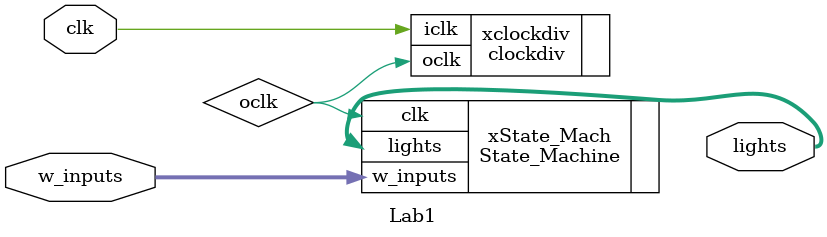
<source format=sv>
module Lab1(input logic clk,
				input logic [2:0] w_inputs,
				output logic [3:0] lights);
				
logic oclk;
				
clockdiv xclockdiv(.iclk(clk), .oclk(oclk));
	
    
State_Machine xState_Mach(.clk(oclk), .w_inputs(w_inputs), .lights(lights));



endmodule
</source>
